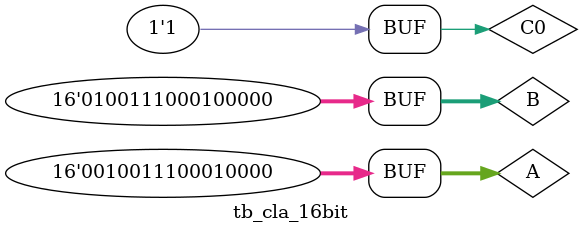
<source format=v>
`timescale 1ns / 1ps
module tb_cla_16bit;
    reg [15:0] A, B;
    reg C0;
    wire [15:0] S;
    wire C16;

    cla_16bit uut (A, B, C0, S, C16);
    

    initial begin
        
        A = 16'h1234; B = 16'h4321; C0 = 0; #10;
        A = 16'hAAAA; B = 16'h5555; C0 = 1; #10;
        A = 16'hFFFF; B = 16'h0001; C0 = 0; #10;
        A = 16'd12345; B = 16'd5432; C0 = 0;
        #10 A = 16'd65535; B = 16'd1; C0 = 0;
        #10 A = 16'd30000; B = 16'd30000; C0 = 1;
        #10 A = 16'd10000; B = 16'd20000; C0 = 1;
       
    end
endmodule

</source>
